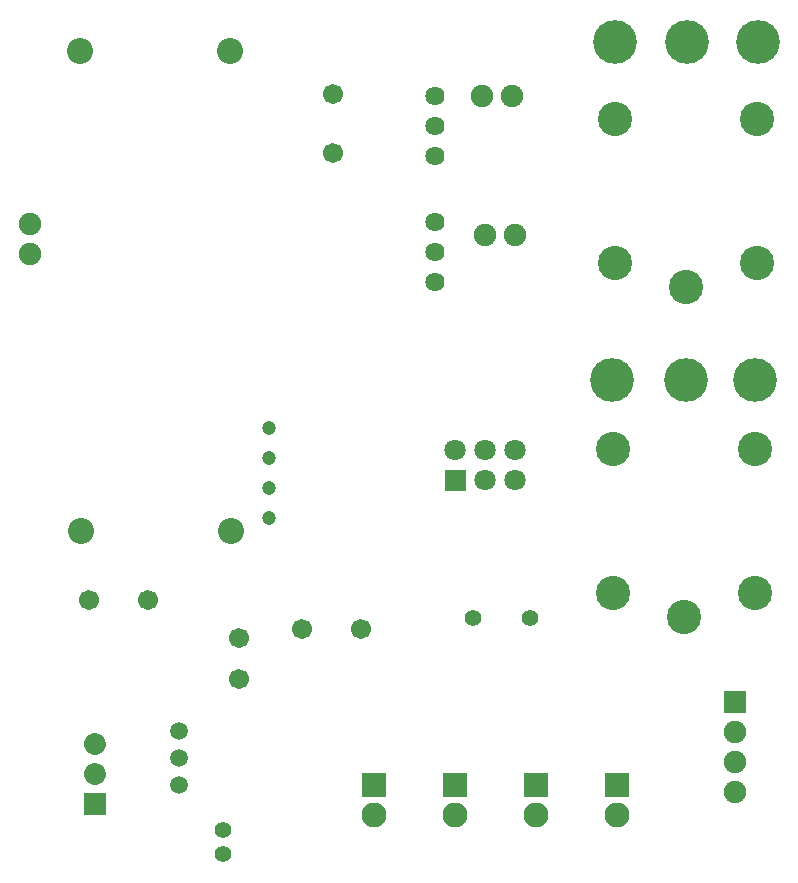
<source format=gbs>
G04 Layer: BottomSolderMaskLayer*
G04 EasyEDA v6.4.20.6, 2021-07-30T13:21:48--3:00*
G04 b5d51b18a43e43a9a62da66a6b900804,9d841d54c62b4e4b873e3168cd68637e,10*
G04 Gerber Generator version 0.2*
G04 Scale: 100 percent, Rotated: No, Reflected: No *
G04 Dimensions in millimeters *
G04 leading zeros omitted , absolute positions ,4 integer and 5 decimal *
%FSLAX45Y45*%
%MOMM*%

%ADD56C,1.9016*%
%ADD63C,1.2032*%
%ADD65C,1.6256*%
%ADD70C,1.7016*%
%ADD71C,1.4016*%
%ADD77C,2.2032*%
%ADD78C,2.1032*%
%ADD80C,2.8956*%
%ADD82C,1.8032*%
%ADD83C,1.4148*%
%ADD85C,1.5032*%
%ADD86C,3.7032*%

%LPD*%
D56*
X317500Y3911600D02*
G01*
X317500Y3911600D01*
X317500Y3657600D02*
G01*
X317500Y3657600D01*
G01*
X-228600Y8064500D03*
G01*
X-228600Y8318500D03*
D63*
G01*
X1790700Y5829300D03*
G01*
X1790700Y6083300D03*
G01*
X1790700Y6337300D03*
G01*
X1790700Y6591300D03*
D65*
G01*
X3200400Y9144990D03*
G01*
X3200400Y9398990D03*
G01*
X3200400Y8888984D03*
D56*
G01*
X3848100Y9398000D03*
G01*
X3594100Y9398000D03*
G01*
X3873500Y8227060D03*
G01*
X3619500Y8227060D03*
D65*
G01*
X3200400Y8078190D03*
G01*
X3200400Y8332190D03*
G01*
X3200400Y7822184D03*
D70*
G01*
X2336800Y8919387D03*
G01*
X2336800Y9419386D03*
D71*
G01*
X1406311Y3185253D03*
G01*
X1406311Y2985254D03*
D70*
G01*
X1536700Y4460494D03*
G01*
X1536700Y4810505D03*
G36*
X222504Y3308604D02*
G01*
X222504Y3498595D01*
X412495Y3498595D01*
X412495Y3308604D01*
G37*
D77*
G01*
X190500Y9779000D03*
G01*
X203200Y5715000D03*
G01*
X1473200Y5715000D03*
G01*
X1460500Y9779000D03*
D70*
G01*
X770712Y5130800D03*
G01*
X270713Y5130800D03*
D78*
G01*
X4737100Y3314674D03*
G36*
X4636770Y3468623D02*
G01*
X4636770Y3668776D01*
X4837175Y3668776D01*
X4837175Y3468623D01*
G37*
G01*
X3365500Y3314700D03*
G36*
X3265170Y3468623D02*
G01*
X3265170Y3668776D01*
X3465575Y3668776D01*
X3465575Y3468623D01*
G37*
G01*
X4051300Y3314700D03*
G36*
X3950970Y3468623D02*
G01*
X3950970Y3668776D01*
X4151375Y3668776D01*
X4151375Y3468623D01*
G37*
G01*
X2679700Y3314674D03*
G36*
X2579370Y3468623D02*
G01*
X2579370Y3668776D01*
X2779775Y3668776D01*
X2779775Y3468623D01*
G37*
D80*
G01*
X5921247Y9206306D03*
G01*
X5321300Y7786293D03*
G01*
X4721301Y7986293D03*
G01*
X5921298Y7986293D03*
G01*
X4721352Y9206306D03*
G01*
X5908547Y6412306D03*
G01*
X5308600Y4992293D03*
G01*
X4708601Y5192293D03*
G01*
X5908598Y5192293D03*
G01*
X4708652Y6412306D03*
D56*
G01*
X5740400Y3505200D03*
G36*
X5645404Y4172204D02*
G01*
X5645404Y4362195D01*
X5835395Y4362195D01*
X5835395Y4172204D01*
G37*
G01*
X5740400Y4013200D03*
G01*
X5740400Y3759200D03*
G36*
X3281679Y6054852D02*
G01*
X3281679Y6234937D01*
X3462020Y6234937D01*
X3462020Y6054852D01*
G37*
D82*
G01*
X3371824Y6398895D03*
G01*
X3625824Y6144895D03*
G01*
X3625824Y6398895D03*
G01*
X3879824Y6144895D03*
G01*
X3879824Y6398895D03*
D83*
G01*
X4000500Y4978400D03*
G01*
X3517900Y4978400D03*
D70*
G01*
X2571546Y4885265D03*
G01*
X2071573Y4885265D03*
D85*
G01*
X1028700Y3568700D03*
G01*
X1028700Y3797300D03*
G01*
X1028700Y4025900D03*
D86*
G01*
X4724400Y9855200D03*
G01*
X5334000Y9855200D03*
G01*
X5930900Y9855200D03*
G01*
X5905500Y6997700D03*
G01*
X5321300Y6997700D03*
G01*
X4699000Y6997700D03*
M02*

</source>
